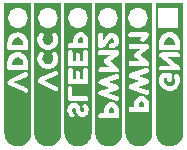
<source format=gbo>
%TF.GenerationSoftware,KiCad,Pcbnew,(6.0.0)*%
%TF.CreationDate,2023-02-05T21:46:31-06:00*%
%TF.ProjectId,drv8212p_eval,64727638-3231-4327-905f-6576616c2e6b,rev?*%
%TF.SameCoordinates,Original*%
%TF.FileFunction,Legend,Bot*%
%TF.FilePolarity,Positive*%
%FSLAX46Y46*%
G04 Gerber Fmt 4.6, Leading zero omitted, Abs format (unit mm)*
G04 Created by KiCad (PCBNEW (6.0.0)) date 2023-02-05 21:46:31*
%MOMM*%
%LPD*%
G01*
G04 APERTURE LIST*
%ADD10O,1.700000X1.700000*%
%ADD11R,1.700000X1.700000*%
%ADD12C,4.400000*%
G04 APERTURE END LIST*
G36*
X137598159Y-68727961D02*
G01*
X137598159Y-79723879D01*
X137592631Y-79836419D01*
X137576098Y-79947874D01*
X137548720Y-80057172D01*
X137510761Y-80163261D01*
X137462586Y-80265118D01*
X137404660Y-80361762D01*
X137337539Y-80452264D01*
X137261871Y-80535751D01*
X137178385Y-80611418D01*
X137087883Y-80678539D01*
X136991239Y-80736465D01*
X136889382Y-80784640D01*
X136783293Y-80822599D01*
X136673995Y-80849977D01*
X136562539Y-80866510D01*
X136450000Y-80872039D01*
X136337461Y-80866510D01*
X136226005Y-80849977D01*
X136116707Y-80822599D01*
X136010618Y-80784640D01*
X135908761Y-80736465D01*
X135812117Y-80678539D01*
X135721615Y-80611418D01*
X135638129Y-80535751D01*
X135562461Y-80452264D01*
X135495340Y-80361762D01*
X135437414Y-80265118D01*
X135389239Y-80163261D01*
X135351280Y-80057172D01*
X135323902Y-79947874D01*
X135307369Y-79836419D01*
X135301841Y-79723879D01*
X135301841Y-75301799D01*
X135549888Y-75301799D01*
X135566631Y-75473398D01*
X135616860Y-75633388D01*
X135700576Y-75781770D01*
X135817778Y-75918543D01*
X135958644Y-76033140D01*
X136113351Y-76114996D01*
X136281899Y-76164109D01*
X136464288Y-76180480D01*
X136645783Y-76163811D01*
X136811652Y-76113805D01*
X136961894Y-76030461D01*
X137096509Y-75913780D01*
X137207461Y-75774477D01*
X137286712Y-75623268D01*
X137334262Y-75460152D01*
X137350112Y-75285130D01*
X137329475Y-75101245D01*
X137267562Y-74924238D01*
X137164375Y-74754111D01*
X137058409Y-74689818D01*
X136923869Y-74744586D01*
X136829214Y-74833288D01*
X136797662Y-74913655D01*
X136863147Y-75058911D01*
X136912260Y-75168449D01*
X136928631Y-75297036D01*
X136896782Y-75467891D01*
X136801234Y-75618505D01*
X136654192Y-75723875D01*
X136467859Y-75758999D01*
X136337420Y-75743124D01*
X136220739Y-75695499D01*
X136117816Y-75616124D01*
X136009766Y-75463724D01*
X135973750Y-75292274D01*
X135984466Y-75167854D01*
X136016612Y-75056530D01*
X136276169Y-75056530D01*
X136276169Y-75244649D01*
X136295219Y-75349424D01*
X136351178Y-75389905D01*
X136451191Y-75399430D01*
X136552394Y-75388714D01*
X136604781Y-75349424D01*
X136626212Y-75235124D01*
X136626212Y-74816024D01*
X136559537Y-74658861D01*
X136426187Y-74635049D01*
X135902313Y-74635049D01*
X135757056Y-74701724D01*
X135666420Y-74814238D01*
X135601680Y-74951755D01*
X135562836Y-75114275D01*
X135549888Y-75301799D01*
X135301841Y-75301799D01*
X135301841Y-73132480D01*
X135573700Y-73132480D01*
X135587987Y-73261068D01*
X135633231Y-73320599D01*
X135857598Y-73489006D01*
X136054448Y-73637041D01*
X136223781Y-73764702D01*
X136365598Y-73871991D01*
X136479898Y-73958906D01*
X136566681Y-74025449D01*
X135783250Y-74025449D01*
X135699906Y-74029021D01*
X135637994Y-74051643D01*
X135589773Y-74114746D01*
X135573700Y-74237380D01*
X135589773Y-74356443D01*
X135637994Y-74418355D01*
X135702287Y-74440977D01*
X135785631Y-74444549D01*
X137114369Y-74444549D01*
X137246528Y-74421927D01*
X137302487Y-74354061D01*
X137316775Y-74237380D01*
X137303678Y-74124271D01*
X137273912Y-74065930D01*
X137212000Y-74011161D01*
X136997092Y-73852941D01*
X136807981Y-73713241D01*
X136644667Y-73592061D01*
X136507150Y-73489403D01*
X136395430Y-73405266D01*
X136309506Y-73339649D01*
X137114369Y-73339649D01*
X137246528Y-73317027D01*
X137302487Y-73249161D01*
X137316775Y-73136052D01*
X137304869Y-73026514D01*
X137276294Y-72964602D01*
X137226287Y-72934836D01*
X137104844Y-72920549D01*
X135783250Y-72920549D01*
X135699906Y-72924121D01*
X135637994Y-72946743D01*
X135589773Y-73009846D01*
X135573700Y-73132480D01*
X135301841Y-73132480D01*
X135301841Y-72520499D01*
X135576081Y-72520499D01*
X135590964Y-72638371D01*
X135635612Y-72701474D01*
X135788012Y-72730049D01*
X137111987Y-72730049D01*
X137195331Y-72726477D01*
X137257244Y-72703855D01*
X137305464Y-72640752D01*
X137321537Y-72518118D01*
X137319156Y-72077586D01*
X137303604Y-71910155D01*
X137256946Y-71753141D01*
X137179183Y-71606545D01*
X137070316Y-71470368D01*
X136938752Y-71355770D01*
X136792900Y-71273914D01*
X136632761Y-71224801D01*
X136458334Y-71208430D01*
X136283238Y-71224429D01*
X136121090Y-71272426D01*
X135971890Y-71352421D01*
X135835637Y-71464414D01*
X135722082Y-71599178D01*
X135640970Y-71747486D01*
X135592304Y-71909336D01*
X135576081Y-72084730D01*
X135576081Y-72520499D01*
X135301841Y-72520499D01*
X135301841Y-68727961D01*
X137598159Y-68727961D01*
G37*
G36*
X136622343Y-71663547D02*
G01*
X136767897Y-71764452D01*
X136865230Y-71910601D01*
X136897675Y-72079968D01*
X136897675Y-72308568D01*
X135997562Y-72308568D01*
X135997562Y-72077586D01*
X136029412Y-71914471D01*
X136124959Y-71768024D01*
X136268727Y-71664439D01*
X136445237Y-71629911D01*
X136622343Y-71663547D01*
G37*
G36*
X131686953Y-77627089D02*
G01*
X131740531Y-77769964D01*
X131740531Y-78067621D01*
X131319050Y-78067621D01*
X131319050Y-77767583D01*
X131371438Y-77627089D01*
X131528600Y-77558033D01*
X131686953Y-77627089D01*
G37*
G36*
X132436253Y-68733914D02*
G01*
X132436253Y-79729832D01*
X132430782Y-79841205D01*
X132414420Y-79951504D01*
X132387326Y-80059669D01*
X132349761Y-80164658D01*
X132302086Y-80265458D01*
X132244760Y-80361101D01*
X132178336Y-80450664D01*
X132103452Y-80533285D01*
X132020831Y-80608168D01*
X131931268Y-80674592D01*
X131835626Y-80731918D01*
X131734825Y-80779593D01*
X131629837Y-80817159D01*
X131521672Y-80844253D01*
X131411372Y-80860614D01*
X131300000Y-80866086D01*
X131188628Y-80860614D01*
X131078328Y-80844253D01*
X130970163Y-80817159D01*
X130865175Y-80779593D01*
X130764374Y-80731918D01*
X130668732Y-80674592D01*
X130579169Y-80608168D01*
X130496548Y-80533285D01*
X130421664Y-80450664D01*
X130355240Y-80361101D01*
X130297914Y-80265458D01*
X130250239Y-80164658D01*
X130212674Y-80059669D01*
X130185580Y-79951504D01*
X130169218Y-79841205D01*
X130163747Y-79729832D01*
X130163747Y-78279552D01*
X130418938Y-78279552D01*
X130440964Y-78411711D01*
X130507044Y-78474814D01*
X130630869Y-78489102D01*
X131952463Y-78489102D01*
X132034616Y-78485530D01*
X132097719Y-78462908D01*
X132145939Y-78399805D01*
X132162012Y-78277171D01*
X132162012Y-77767583D01*
X132145079Y-77629206D01*
X132094279Y-77493475D01*
X132009613Y-77360389D01*
X131922697Y-77271688D01*
X131809588Y-77200846D01*
X131676237Y-77154411D01*
X131528600Y-77138933D01*
X131381260Y-77154411D01*
X131248803Y-77200846D01*
X131136587Y-77271688D01*
X131049969Y-77360389D01*
X130965302Y-77493739D01*
X130914502Y-77630264D01*
X130897569Y-77769964D01*
X130897569Y-78067621D01*
X130628487Y-78067621D01*
X130546334Y-78071193D01*
X130483231Y-78093814D01*
X130435011Y-78156918D01*
X130418938Y-78279552D01*
X130163747Y-78279552D01*
X130163747Y-75423243D01*
X130418938Y-75423243D01*
X130458228Y-75544686D01*
X130535619Y-75612552D01*
X131357150Y-75891158D01*
X131075400Y-75986503D01*
X130854992Y-76061084D01*
X130695925Y-76114900D01*
X130598198Y-76147952D01*
X130561812Y-76160239D01*
X130521331Y-76181671D01*
X130473706Y-76219771D01*
X130418938Y-76350739D01*
X130454656Y-76475755D01*
X130526094Y-76541239D01*
X130561812Y-76557908D01*
X131883406Y-77017489D01*
X132000088Y-77043683D01*
X132085217Y-77003797D01*
X132150106Y-76884139D01*
X132173919Y-76759124D01*
X132135819Y-76673399D01*
X132019138Y-76619821D01*
X131223800Y-76357883D01*
X132007231Y-76098327D01*
X132091766Y-76051297D01*
X132145344Y-75976883D01*
X132162012Y-75878061D01*
X132122722Y-75764952D01*
X132045331Y-75698277D01*
X131219038Y-75424433D01*
X132019138Y-75162496D01*
X132100100Y-75131539D01*
X132151297Y-75087486D01*
X132176300Y-75007714D01*
X132152487Y-74895796D01*
X132085813Y-74776138D01*
X132000088Y-74736252D01*
X131883406Y-74764827D01*
X130561812Y-75222027D01*
X130521331Y-75238696D01*
X130458228Y-75301799D01*
X130418938Y-75423243D01*
X130163747Y-75423243D01*
X130163747Y-72928883D01*
X130418938Y-72928883D01*
X130430844Y-73038421D01*
X130459419Y-73100333D01*
X130507044Y-73133671D01*
X130630869Y-73145577D01*
X131428588Y-73145577D01*
X131333040Y-73218800D01*
X131194034Y-73319408D01*
X131063363Y-73412872D01*
X130992819Y-73464664D01*
X130936859Y-73507527D01*
X130893997Y-73565868D01*
X130866613Y-73665880D01*
X130891616Y-73763511D01*
X130940431Y-73826614D01*
X130966625Y-73845664D01*
X131059791Y-73916507D01*
X131220228Y-74033783D01*
X131369354Y-74142130D01*
X131428588Y-74186183D01*
X130626106Y-74186183D01*
X130543953Y-74189755D01*
X130483231Y-74212377D01*
X130435011Y-74276671D01*
X130418938Y-74398114D01*
X130435011Y-74515986D01*
X130483231Y-74579089D01*
X130545144Y-74601711D01*
X130630869Y-74605283D01*
X131952463Y-74605283D01*
X132034616Y-74601711D01*
X132097719Y-74579089D01*
X132144153Y-74514796D01*
X132159631Y-74393352D01*
X132144153Y-74282624D01*
X132112006Y-74221902D01*
X132097719Y-74207614D01*
X131388106Y-73667071D01*
X131587846Y-73515909D01*
X131758438Y-73386274D01*
X131899884Y-73278165D01*
X132012184Y-73191583D01*
X132095338Y-73126527D01*
X132143558Y-73058364D01*
X132159631Y-72934836D01*
X132143558Y-72813095D01*
X132095338Y-72750289D01*
X132031044Y-72727668D01*
X131947700Y-72724096D01*
X130626106Y-72724096D01*
X130495733Y-72746718D01*
X130433225Y-72814583D01*
X130418938Y-72928883D01*
X130163747Y-72928883D01*
X130163747Y-72359764D01*
X130411794Y-72359764D01*
X130476088Y-72507402D01*
X130626106Y-72569314D01*
X130749634Y-72546990D01*
X130863041Y-72480018D01*
X130963648Y-72381493D01*
X131048778Y-72264514D01*
X131125573Y-72138308D01*
X131201178Y-72012102D01*
X131281248Y-71895123D01*
X131371438Y-71796599D01*
X131469664Y-71729626D01*
X131573844Y-71707302D01*
X131634566Y-71723971D01*
X131698859Y-71760880D01*
X131745294Y-71823983D01*
X131766725Y-71943046D01*
X131710766Y-72075205D01*
X131600038Y-72138308D01*
X131545269Y-72147833D01*
X131530981Y-72147833D01*
X131452400Y-72151405D01*
X131392869Y-72174027D01*
X131350006Y-72238321D01*
X131335719Y-72359764D01*
X131358341Y-72492519D01*
X131426206Y-72557408D01*
X131547650Y-72569314D01*
X131707061Y-72549603D01*
X131855096Y-72490469D01*
X131991753Y-72391911D01*
X132100894Y-72261472D01*
X132166378Y-72106690D01*
X132188206Y-71927568D01*
X132166114Y-71748312D01*
X132099835Y-71593134D01*
X131989372Y-71462033D01*
X131850598Y-71362814D01*
X131699389Y-71303283D01*
X131535744Y-71283439D01*
X131403584Y-71298322D01*
X131278569Y-71342971D01*
X131169031Y-71408455D01*
X131083306Y-71485846D01*
X130951742Y-71652533D01*
X130871375Y-71800171D01*
X130847563Y-71859702D01*
X130835656Y-71859702D01*
X130835656Y-71423933D01*
X130813034Y-71284630D01*
X130743978Y-71228671D01*
X130622534Y-71214383D01*
X130502281Y-71229861D01*
X130440369Y-71281058D01*
X130411794Y-71428696D01*
X130411794Y-72359764D01*
X130163747Y-72359764D01*
X130163747Y-68733914D01*
X132436253Y-68733914D01*
G37*
G36*
X123767580Y-73350662D02*
G01*
X123913134Y-73451568D01*
X124010468Y-73597717D01*
X124042912Y-73767083D01*
X124042912Y-73995683D01*
X123142800Y-73995683D01*
X123142800Y-73764702D01*
X123174649Y-73601586D01*
X123270197Y-73455139D01*
X123413965Y-73351555D01*
X123590475Y-73317027D01*
X123767580Y-73350662D01*
G37*
G36*
X124726728Y-68738677D02*
G01*
X124726728Y-79734595D01*
X124721303Y-79845034D01*
X124705078Y-79954409D01*
X124678212Y-80061667D01*
X124640961Y-80165775D01*
X124593685Y-80265731D01*
X124536840Y-80360572D01*
X124470973Y-80449384D01*
X124396717Y-80531312D01*
X124314789Y-80605568D01*
X124225977Y-80671435D01*
X124131136Y-80728280D01*
X124031180Y-80775556D01*
X123927072Y-80812807D01*
X123819814Y-80839673D01*
X123710439Y-80855898D01*
X123600000Y-80861323D01*
X123489561Y-80855898D01*
X123380186Y-80839673D01*
X123272928Y-80812807D01*
X123168820Y-80775556D01*
X123068864Y-80728280D01*
X122974023Y-80671435D01*
X122885211Y-80605568D01*
X122803283Y-80531312D01*
X122729027Y-80449384D01*
X122663160Y-80360572D01*
X122606315Y-80265731D01*
X122559039Y-80165775D01*
X122521788Y-80061667D01*
X122494922Y-79954409D01*
X122478697Y-79845034D01*
X122473272Y-79734595D01*
X122473272Y-75455389D01*
X122721319Y-75455389D01*
X122753466Y-75568499D01*
X122838000Y-75648271D01*
X124171500Y-76305496D01*
X124285800Y-76341214D01*
X124365572Y-76306091D01*
X124438200Y-76200721D01*
X124478681Y-76080468D01*
X124469156Y-76017364D01*
X124435819Y-75976883D01*
X124372716Y-75937593D01*
X124306041Y-75905743D01*
X124175072Y-75845914D01*
X124006896Y-75769417D01*
X123828600Y-75687561D01*
X123650304Y-75605408D01*
X123482128Y-75528018D01*
X123355029Y-75469379D01*
X123299963Y-75443483D01*
X124342950Y-74967233D01*
X124414387Y-74933896D01*
X124478681Y-74829121D01*
X124438200Y-74688627D01*
X124365572Y-74583257D01*
X124285800Y-74548133D01*
X124171500Y-74583852D01*
X122838000Y-75241077D01*
X122753466Y-75320849D01*
X122721319Y-75431577D01*
X122721319Y-75455389D01*
X122473272Y-75455389D01*
X122473272Y-74207614D01*
X122721319Y-74207614D01*
X122736202Y-74325486D01*
X122780850Y-74388589D01*
X122933250Y-74417164D01*
X124257225Y-74417164D01*
X124340569Y-74413593D01*
X124402481Y-74390971D01*
X124450702Y-74327868D01*
X124466775Y-74205233D01*
X124464394Y-73764702D01*
X124448841Y-73597270D01*
X124402184Y-73440257D01*
X124324421Y-73293661D01*
X124215553Y-73157483D01*
X124083989Y-73042886D01*
X123938137Y-72961030D01*
X123777998Y-72911917D01*
X123603572Y-72895546D01*
X123428476Y-72911545D01*
X123266327Y-72959542D01*
X123117127Y-73039537D01*
X122980875Y-73151530D01*
X122867319Y-73286294D01*
X122786208Y-73434601D01*
X122737541Y-73596452D01*
X122721319Y-73771846D01*
X122721319Y-74207614D01*
X122473272Y-74207614D01*
X122473272Y-72531214D01*
X122721319Y-72531214D01*
X122736202Y-72649086D01*
X122780850Y-72712189D01*
X122933250Y-72740764D01*
X124257225Y-72740764D01*
X124340569Y-72737193D01*
X124402481Y-72714571D01*
X124450702Y-72651468D01*
X124466775Y-72528833D01*
X124464394Y-72088302D01*
X124448841Y-71920870D01*
X124402184Y-71763857D01*
X124324421Y-71617261D01*
X124215553Y-71481083D01*
X124083989Y-71366486D01*
X123938137Y-71284630D01*
X123777998Y-71235517D01*
X123603572Y-71219146D01*
X123428476Y-71235145D01*
X123266327Y-71283142D01*
X123117127Y-71363137D01*
X122980875Y-71475130D01*
X122867319Y-71609894D01*
X122786208Y-71758201D01*
X122737541Y-71920052D01*
X122721319Y-72095446D01*
X122721319Y-72531214D01*
X122473272Y-72531214D01*
X122473272Y-68738677D01*
X124726728Y-68738677D01*
G37*
G36*
X123767580Y-71674262D02*
G01*
X123913134Y-71775168D01*
X124010468Y-71921317D01*
X124042912Y-72090683D01*
X124042912Y-72319283D01*
X123142800Y-72319283D01*
X123142800Y-72088302D01*
X123174649Y-71925186D01*
X123270197Y-71778739D01*
X123413965Y-71675155D01*
X123590475Y-71640627D01*
X123767580Y-71674262D01*
G37*
G36*
X129095287Y-71697182D02*
G01*
X129148866Y-71840057D01*
X129148866Y-72137713D01*
X128727384Y-72137713D01*
X128727384Y-71837675D01*
X128779772Y-71697182D01*
X128936934Y-71628125D01*
X129095287Y-71697182D01*
G37*
G36*
X129846969Y-68728557D02*
G01*
X129846969Y-79724475D01*
X129841446Y-79836897D01*
X129824930Y-79948237D01*
X129797581Y-80057422D01*
X129759661Y-80163401D01*
X129711536Y-80265152D01*
X129653670Y-80361696D01*
X129586619Y-80452104D01*
X129511029Y-80535504D01*
X129427629Y-80611093D01*
X129337222Y-80678144D01*
X129240677Y-80736011D01*
X129138926Y-80784136D01*
X129032947Y-80822055D01*
X128923762Y-80849405D01*
X128812423Y-80865920D01*
X128700000Y-80871443D01*
X128587577Y-80865920D01*
X128476238Y-80849405D01*
X128367053Y-80822055D01*
X128261074Y-80784136D01*
X128159323Y-80736011D01*
X128062778Y-80678144D01*
X127972371Y-80611093D01*
X127888971Y-80535504D01*
X127813381Y-80452104D01*
X127746330Y-80361696D01*
X127688464Y-80265152D01*
X127640339Y-80163401D01*
X127602419Y-80057422D01*
X127575070Y-79948237D01*
X127558554Y-79836897D01*
X127553031Y-79724475D01*
X127553031Y-77786038D01*
X127801078Y-77786038D01*
X127807924Y-77894980D01*
X127828463Y-77997969D01*
X127896328Y-78159894D01*
X127971337Y-78267050D01*
X128043966Y-78336107D01*
X128070159Y-78357538D01*
X128207081Y-78419450D01*
X128277626Y-78393852D01*
X128367816Y-78317057D01*
X128424966Y-78190850D01*
X128395200Y-78111079D01*
X128305903Y-78005113D01*
X128228513Y-77909863D01*
X128191603Y-77795563D01*
X128211711Y-77672532D01*
X128272036Y-77598713D01*
X128372578Y-77574107D01*
X128464256Y-77634829D01*
X128517834Y-77786038D01*
X128539563Y-77880097D01*
X128571413Y-77981300D01*
X128611596Y-78082504D01*
X128658328Y-78176563D01*
X128722920Y-78259609D01*
X128816681Y-78327772D01*
X128936041Y-78373314D01*
X129077428Y-78388494D01*
X129211175Y-78371164D01*
X129333016Y-78319173D01*
X129442950Y-78232522D01*
X129529601Y-78115973D01*
X129581592Y-77974289D01*
X129598922Y-77807469D01*
X129589695Y-77670845D01*
X129562012Y-77546722D01*
X129487003Y-77383607D01*
X129441759Y-77324075D01*
X129325078Y-77250257D01*
X129194109Y-77307407D01*
X129104812Y-77389560D01*
X129075047Y-77474094D01*
X129122672Y-77597919D01*
X129146484Y-77625304D01*
X129177441Y-77662213D01*
X129208397Y-77789610D01*
X129171488Y-77918197D01*
X129069094Y-77969394D01*
X128963128Y-77908672D01*
X128908359Y-77757463D01*
X128890202Y-77662808D01*
X128864306Y-77559819D01*
X128831266Y-77456830D01*
X128791678Y-77362175D01*
X128733040Y-77279129D01*
X128642850Y-77210966D01*
X128524680Y-77165425D01*
X128382103Y-77150244D01*
X128236549Y-77165722D01*
X128109450Y-77212157D01*
X128004973Y-77283594D01*
X127927284Y-77374082D01*
X127857170Y-77505580D01*
X127815101Y-77642898D01*
X127801078Y-77786038D01*
X127553031Y-77786038D01*
X127553031Y-76785913D01*
X127824891Y-76785913D01*
X127847513Y-76918072D01*
X127915378Y-76981175D01*
X128036822Y-76995463D01*
X129360797Y-76995463D01*
X129442950Y-76991891D01*
X129506053Y-76969269D01*
X129554273Y-76906166D01*
X129570347Y-76783532D01*
X129548320Y-76650777D01*
X129482241Y-76585888D01*
X129358416Y-76573982D01*
X128177316Y-76573982D01*
X128177316Y-75926282D01*
X128159456Y-75811982D01*
X128103497Y-75764357D01*
X128002294Y-75752450D01*
X127901091Y-75764357D01*
X127848703Y-75804838D01*
X127824891Y-75928663D01*
X127824891Y-76785913D01*
X127553031Y-76785913D01*
X127553031Y-75388119D01*
X127824891Y-75388119D01*
X127847513Y-75520279D01*
X127915378Y-75583382D01*
X128036822Y-75597669D01*
X129360797Y-75597669D01*
X129526294Y-75552425D01*
X129570347Y-75380975D01*
X129570347Y-74442763D01*
X129566775Y-74360610D01*
X129544153Y-74297507D01*
X129481050Y-74249286D01*
X129358416Y-74233213D01*
X129226256Y-74255239D01*
X129163153Y-74321319D01*
X129148866Y-74445144D01*
X129148866Y-75176188D01*
X128908359Y-75176188D01*
X128908359Y-74704700D01*
X128904787Y-74622547D01*
X128882166Y-74559444D01*
X128819062Y-74511224D01*
X128696428Y-74495150D01*
X128564269Y-74517772D01*
X128501166Y-74585638D01*
X128486878Y-74709463D01*
X128486878Y-75176188D01*
X128246372Y-75176188D01*
X128246372Y-74442763D01*
X128242800Y-74360610D01*
X128220178Y-74297507D01*
X128157075Y-74249286D01*
X128034441Y-74233213D01*
X127902281Y-74255239D01*
X127839178Y-74321319D01*
X127824891Y-74445144D01*
X127824891Y-75388119D01*
X127553031Y-75388119D01*
X127553031Y-73868882D01*
X127824891Y-73868882D01*
X127847513Y-74001041D01*
X127915378Y-74064144D01*
X128036822Y-74078432D01*
X129360797Y-74078432D01*
X129526294Y-74033188D01*
X129570347Y-73861738D01*
X129570347Y-72923525D01*
X129566775Y-72841372D01*
X129544153Y-72778269D01*
X129481050Y-72730049D01*
X129358416Y-72713975D01*
X129226256Y-72736002D01*
X129163153Y-72802082D01*
X129148866Y-72925907D01*
X129148866Y-73656950D01*
X128908359Y-73656950D01*
X128908359Y-73185463D01*
X128904787Y-73103310D01*
X128882166Y-73040207D01*
X128819062Y-72991986D01*
X128696428Y-72975913D01*
X128564269Y-72998535D01*
X128501166Y-73066400D01*
X128486878Y-73190225D01*
X128486878Y-73656950D01*
X128246372Y-73656950D01*
X128246372Y-72923525D01*
X128242800Y-72841372D01*
X128220178Y-72778269D01*
X128157075Y-72730049D01*
X128034441Y-72713975D01*
X127902281Y-72736002D01*
X127839178Y-72802082D01*
X127824891Y-72925907D01*
X127824891Y-73868882D01*
X127553031Y-73868882D01*
X127553031Y-72349644D01*
X127827272Y-72349644D01*
X127849298Y-72481804D01*
X127915378Y-72544907D01*
X128039203Y-72559194D01*
X129360797Y-72559194D01*
X129442950Y-72555622D01*
X129506053Y-72533000D01*
X129554273Y-72469897D01*
X129570347Y-72347263D01*
X129570347Y-71837675D01*
X129553414Y-71699298D01*
X129502614Y-71563567D01*
X129417947Y-71430482D01*
X129331031Y-71341780D01*
X129217922Y-71270938D01*
X129084572Y-71224504D01*
X128936934Y-71209025D01*
X128789595Y-71224504D01*
X128657137Y-71270938D01*
X128544921Y-71341780D01*
X128458303Y-71430482D01*
X128373636Y-71563832D01*
X128322836Y-71700357D01*
X128305903Y-71840057D01*
X128305903Y-72137713D01*
X128036822Y-72137713D01*
X127954669Y-72141285D01*
X127891566Y-72163907D01*
X127843345Y-72227010D01*
X127827272Y-72349644D01*
X127553031Y-72349644D01*
X127553031Y-68728557D01*
X129846969Y-68728557D01*
G37*
G36*
X134242906Y-77089522D02*
G01*
X134296484Y-77232397D01*
X134296484Y-77530054D01*
X133875003Y-77530054D01*
X133875003Y-77230016D01*
X133927391Y-77089522D01*
X134084553Y-77020466D01*
X134242906Y-77089522D01*
G37*
G36*
X134980300Y-68736891D02*
G01*
X134980300Y-79732809D01*
X134974857Y-79843598D01*
X134958582Y-79953320D01*
X134931630Y-80060918D01*
X134894261Y-80165356D01*
X134846836Y-80265629D01*
X134789810Y-80360770D01*
X134723734Y-80449864D01*
X134649243Y-80532052D01*
X134567055Y-80606543D01*
X134477961Y-80672619D01*
X134382820Y-80729645D01*
X134282547Y-80777070D01*
X134178109Y-80814439D01*
X134070511Y-80841391D01*
X133960789Y-80857666D01*
X133850000Y-80863109D01*
X133739211Y-80857666D01*
X133629489Y-80841391D01*
X133521891Y-80814439D01*
X133417453Y-80777070D01*
X133317180Y-80729645D01*
X133222039Y-80672619D01*
X133132945Y-80606543D01*
X133050757Y-80532052D01*
X132976266Y-80449864D01*
X132910190Y-80360770D01*
X132853164Y-80265629D01*
X132805739Y-80165356D01*
X132768370Y-80060918D01*
X132741418Y-79953320D01*
X132725143Y-79843598D01*
X132719700Y-79732809D01*
X132719700Y-77741985D01*
X132974891Y-77741985D01*
X132996917Y-77874144D01*
X133062997Y-77937247D01*
X133186822Y-77951535D01*
X134508416Y-77951535D01*
X134590569Y-77947963D01*
X134653672Y-77925341D01*
X134701892Y-77862238D01*
X134717966Y-77739604D01*
X134717966Y-77230016D01*
X134701032Y-77091639D01*
X134650232Y-76955908D01*
X134565566Y-76822822D01*
X134478650Y-76734121D01*
X134365541Y-76663279D01*
X134232191Y-76616844D01*
X134084553Y-76601366D01*
X133937213Y-76616844D01*
X133804756Y-76663279D01*
X133692540Y-76734121D01*
X133605922Y-76822822D01*
X133521255Y-76956172D01*
X133470455Y-77092697D01*
X133453522Y-77232397D01*
X133453522Y-77530054D01*
X133184441Y-77530054D01*
X133102287Y-77533625D01*
X133039184Y-77556247D01*
X132990964Y-77619350D01*
X132974891Y-77741985D01*
X132719700Y-77741985D01*
X132719700Y-74885675D01*
X132974891Y-74885675D01*
X133014181Y-75007119D01*
X133091572Y-75074985D01*
X133913103Y-75353591D01*
X133631354Y-75448936D01*
X133410945Y-75523517D01*
X133251878Y-75577333D01*
X133154151Y-75610385D01*
X133117766Y-75622672D01*
X133077284Y-75644104D01*
X133029659Y-75682204D01*
X132974891Y-75813172D01*
X133010609Y-75938188D01*
X133082047Y-76003672D01*
X133117766Y-76020341D01*
X134439359Y-76479922D01*
X134556041Y-76506116D01*
X134641170Y-76466230D01*
X134706059Y-76346572D01*
X134729872Y-76221557D01*
X134691772Y-76135832D01*
X134575091Y-76082254D01*
X133779753Y-75820316D01*
X134563184Y-75560760D01*
X134647719Y-75513730D01*
X134701297Y-75439316D01*
X134717966Y-75340494D01*
X134678675Y-75227385D01*
X134601284Y-75160710D01*
X133774991Y-74886866D01*
X134575091Y-74624929D01*
X134656053Y-74593972D01*
X134707250Y-74549919D01*
X134732253Y-74470147D01*
X134708441Y-74358229D01*
X134641766Y-74238571D01*
X134556041Y-74198685D01*
X134439359Y-74227260D01*
X133117766Y-74684460D01*
X133077284Y-74701129D01*
X133014181Y-74764232D01*
X132974891Y-74885675D01*
X132719700Y-74885675D01*
X132719700Y-72391316D01*
X132974891Y-72391316D01*
X132986797Y-72500854D01*
X133015372Y-72562766D01*
X133062997Y-72596104D01*
X133186822Y-72608010D01*
X133984541Y-72608010D01*
X133888993Y-72681233D01*
X133749987Y-72781841D01*
X133619316Y-72875305D01*
X133548772Y-72927097D01*
X133492812Y-72969960D01*
X133449950Y-73028300D01*
X133422566Y-73128313D01*
X133447569Y-73225944D01*
X133496384Y-73289047D01*
X133522578Y-73308097D01*
X133615745Y-73378939D01*
X133776181Y-73496216D01*
X133925307Y-73604563D01*
X133984541Y-73648616D01*
X133182059Y-73648616D01*
X133099906Y-73652188D01*
X133039184Y-73674810D01*
X132990964Y-73739104D01*
X132974891Y-73860547D01*
X132990964Y-73978419D01*
X133039184Y-74041522D01*
X133101097Y-74064144D01*
X133186822Y-74067716D01*
X134508416Y-74067716D01*
X134590569Y-74064144D01*
X134653672Y-74041522D01*
X134700106Y-73977229D01*
X134715584Y-73855785D01*
X134700106Y-73745057D01*
X134667959Y-73684335D01*
X134653672Y-73670047D01*
X133944059Y-73129504D01*
X134143799Y-72978342D01*
X134314391Y-72848707D01*
X134455838Y-72740598D01*
X134568137Y-72654016D01*
X134651291Y-72588960D01*
X134699511Y-72520796D01*
X134715584Y-72397269D01*
X134699511Y-72275528D01*
X134651291Y-72212722D01*
X134586997Y-72190100D01*
X134503653Y-72186529D01*
X133182059Y-72186529D01*
X133051686Y-72209150D01*
X132989178Y-72277016D01*
X132974891Y-72391316D01*
X132719700Y-72391316D01*
X132719700Y-71429291D01*
X132967747Y-71429291D01*
X132983225Y-71548949D01*
X133029659Y-71612647D01*
X133095144Y-71635269D01*
X133182059Y-71638841D01*
X134032166Y-71638841D01*
X134003591Y-71669797D01*
X133929772Y-71836485D01*
X134013116Y-71980550D01*
X134160753Y-72055560D01*
X134301247Y-71969835D01*
X134653672Y-71579310D01*
X134658434Y-71572166D01*
X134720347Y-71437625D01*
X134708441Y-71324516D01*
X134681056Y-71262604D01*
X134629859Y-71229266D01*
X134503653Y-71217360D01*
X133177297Y-71217360D01*
X133095144Y-71220932D01*
X133032041Y-71243554D01*
X132983820Y-71306657D01*
X132967747Y-71429291D01*
X132719700Y-71429291D01*
X132719700Y-68736891D01*
X134980300Y-68736891D01*
G37*
G36*
X127291016Y-68731533D02*
G01*
X127291016Y-79727451D01*
X127285521Y-79839290D01*
X127269091Y-79950052D01*
X127241884Y-80058671D01*
X127204161Y-80164099D01*
X127156286Y-80265322D01*
X127098720Y-80361365D01*
X127032017Y-80451304D01*
X126956820Y-80534271D01*
X126873853Y-80609468D01*
X126783914Y-80676171D01*
X126687871Y-80733737D01*
X126586648Y-80781612D01*
X126481219Y-80819335D01*
X126372601Y-80846542D01*
X126261839Y-80862972D01*
X126150000Y-80868467D01*
X126038161Y-80862972D01*
X125927399Y-80846542D01*
X125818781Y-80819335D01*
X125713352Y-80781612D01*
X125612129Y-80733737D01*
X125516086Y-80676171D01*
X125426147Y-80609468D01*
X125343180Y-80534271D01*
X125267983Y-80451304D01*
X125201280Y-80361365D01*
X125143714Y-80265322D01*
X125095839Y-80164099D01*
X125058116Y-80058671D01*
X125030909Y-79950052D01*
X125014479Y-79839290D01*
X125008984Y-79727451D01*
X125008984Y-75329183D01*
X125283225Y-75329183D01*
X125315372Y-75442293D01*
X125399906Y-75522064D01*
X126733406Y-76179289D01*
X126847706Y-76215008D01*
X126927478Y-76179885D01*
X127000106Y-76074514D01*
X127040587Y-75954261D01*
X127031062Y-75891158D01*
X126997725Y-75850677D01*
X126934622Y-75811386D01*
X126867947Y-75779537D01*
X126736978Y-75719708D01*
X126568802Y-75643211D01*
X126390506Y-75561355D01*
X126212210Y-75479202D01*
X126044034Y-75401811D01*
X125916935Y-75343173D01*
X125861869Y-75317277D01*
X126904856Y-74841027D01*
X126976294Y-74807689D01*
X127040587Y-74702914D01*
X127000106Y-74562421D01*
X126927478Y-74457050D01*
X126847706Y-74421927D01*
X126733406Y-74457646D01*
X125399906Y-75114871D01*
X125315372Y-75194643D01*
X125283225Y-75305371D01*
X125283225Y-75329183D01*
X125008984Y-75329183D01*
X125008984Y-73415849D01*
X125257031Y-73415849D01*
X125264473Y-73529554D01*
X125286797Y-73644449D01*
X125326683Y-73761725D01*
X125386809Y-73882574D01*
X125464795Y-73998957D01*
X125558259Y-74102839D01*
X125673750Y-74191839D01*
X125817816Y-74263574D01*
X125983015Y-74310901D01*
X126161906Y-74326677D01*
X126339012Y-74311199D01*
X126498853Y-74264764D01*
X126636966Y-74194220D01*
X126748884Y-74106411D01*
X126839670Y-74003125D01*
X126914381Y-73886146D01*
X126985819Y-73730306D01*
X127028681Y-73573937D01*
X127042969Y-73417039D01*
X127034337Y-73304228D01*
X127008441Y-73189630D01*
X126938194Y-73014608D01*
X126904856Y-72957458D01*
X126861994Y-72890783D01*
X126748884Y-72828871D01*
X126616725Y-72878877D01*
X126520284Y-72966983D01*
X126488137Y-73045564D01*
X126540525Y-73167008D01*
X126601247Y-73283689D01*
X126621487Y-73433708D01*
X126594698Y-73587299D01*
X126514331Y-73738508D01*
X126366694Y-73857571D01*
X126265193Y-73893289D01*
X126151191Y-73905196D01*
X126037188Y-73893289D01*
X125935687Y-73857571D01*
X125785669Y-73736127D01*
X125707087Y-73587894D01*
X125680894Y-73433708D01*
X125699944Y-73294405D01*
X125738044Y-73200346D01*
X125769000Y-73157483D01*
X125816625Y-73043183D01*
X125783287Y-72966388D01*
X125683275Y-72883639D01*
X125549925Y-72831252D01*
X125466581Y-72863399D01*
X125407050Y-72938408D01*
X125357044Y-73020561D01*
X125295131Y-73181296D01*
X125266556Y-73300656D01*
X125257031Y-73415849D01*
X125008984Y-73415849D01*
X125008984Y-71798980D01*
X125257031Y-71798980D01*
X125264473Y-71912685D01*
X125286797Y-72027580D01*
X125326683Y-72144857D01*
X125386809Y-72265705D01*
X125464795Y-72382089D01*
X125558259Y-72485971D01*
X125673750Y-72574970D01*
X125817816Y-72646705D01*
X125983015Y-72694032D01*
X126161906Y-72709808D01*
X126339012Y-72694330D01*
X126498853Y-72647896D01*
X126636966Y-72577351D01*
X126748884Y-72489543D01*
X126839670Y-72386256D01*
X126914381Y-72269277D01*
X126985819Y-72113437D01*
X127028681Y-71957069D01*
X127042969Y-71800171D01*
X127034337Y-71687359D01*
X127008441Y-71572761D01*
X126938194Y-71397739D01*
X126904856Y-71340589D01*
X126861994Y-71273914D01*
X126748884Y-71212002D01*
X126616725Y-71262008D01*
X126520284Y-71350114D01*
X126488137Y-71428696D01*
X126540525Y-71550139D01*
X126601247Y-71666821D01*
X126621487Y-71816839D01*
X126594698Y-71970430D01*
X126514331Y-72121639D01*
X126366694Y-72240702D01*
X126265193Y-72276421D01*
X126151191Y-72288327D01*
X126037188Y-72276421D01*
X125935687Y-72240702D01*
X125785669Y-72119258D01*
X125707087Y-71971025D01*
X125680894Y-71816839D01*
X125699944Y-71677536D01*
X125738044Y-71583477D01*
X125769000Y-71540614D01*
X125816625Y-71426314D01*
X125783287Y-71349519D01*
X125683275Y-71266771D01*
X125549925Y-71214383D01*
X125466581Y-71246530D01*
X125407050Y-71321539D01*
X125357044Y-71403693D01*
X125295131Y-71564427D01*
X125266556Y-71683787D01*
X125257031Y-71798980D01*
X125008984Y-71798980D01*
X125008984Y-68731533D01*
X127291016Y-68731533D01*
G37*
%LPC*%
G36*
X143678275Y-90620713D02*
G01*
X143575286Y-90608608D01*
X143475869Y-90572294D01*
X143385580Y-90510381D01*
X143309975Y-90421481D01*
X143258778Y-90311745D01*
X143241713Y-90187325D01*
X143242102Y-90184150D01*
X143522700Y-90184150D01*
X143535797Y-90252412D01*
X143575087Y-90301625D01*
X143679862Y-90341313D01*
X143783050Y-90302419D01*
X143821150Y-90254000D01*
X143833850Y-90186531D01*
X143821547Y-90118864D01*
X143784638Y-90069850D01*
X143678275Y-90030162D01*
X143571912Y-90068262D01*
X143535003Y-90116284D01*
X143522700Y-90184150D01*
X143242102Y-90184150D01*
X143256353Y-90067822D01*
X143300274Y-89963311D01*
X143373475Y-89873794D01*
X143465726Y-89805443D01*
X143566797Y-89764433D01*
X143676687Y-89750762D01*
X143786754Y-89764521D01*
X143888354Y-89805796D01*
X143981487Y-89874587D01*
X144055571Y-89964546D01*
X144100021Y-90069321D01*
X144114837Y-90188912D01*
X144097970Y-90309364D01*
X144047369Y-90416719D01*
X143972161Y-90505222D01*
X143881475Y-90569119D01*
X143781462Y-90607814D01*
X143679862Y-90620514D01*
X143678275Y-90620713D01*
G37*
G36*
X144993916Y-89779734D02*
G01*
X145035587Y-89809500D01*
X145050669Y-89849981D01*
X145053050Y-89903162D01*
X145053050Y-90465138D01*
X145050669Y-90519906D01*
X145037175Y-90561975D01*
X144995503Y-90594122D01*
X144914937Y-90604837D01*
X144833578Y-90594122D01*
X144792700Y-90561975D01*
X144777619Y-90521494D01*
X144775237Y-90466725D01*
X144775237Y-90185738D01*
X144736344Y-90085725D01*
X144634744Y-90047625D01*
X144534731Y-90084137D01*
X144497425Y-90185738D01*
X144497425Y-90465138D01*
X144487900Y-90546100D01*
X144446625Y-90590153D01*
X144357725Y-90604837D01*
X144275969Y-90594122D01*
X144233900Y-90561975D01*
X144220406Y-90521494D01*
X144218025Y-90466725D01*
X144218025Y-90187325D01*
X144229755Y-90076817D01*
X144264944Y-89978128D01*
X144323594Y-89891256D01*
X144399882Y-89823787D01*
X144487988Y-89783306D01*
X144587912Y-89769812D01*
X144706975Y-89806325D01*
X144749837Y-89839662D01*
X144778412Y-89871412D01*
X144794287Y-89806325D01*
X144835166Y-89778941D01*
X144913350Y-89769812D01*
X144993916Y-89779734D01*
G37*
G36*
X146360753Y-89779734D02*
G01*
X146402425Y-89809500D01*
X146417506Y-89849981D01*
X146419887Y-89903162D01*
X146419887Y-90465138D01*
X146417506Y-90519906D01*
X146404013Y-90561975D01*
X146362341Y-90594122D01*
X146281775Y-90604837D01*
X146200416Y-90594122D01*
X146159538Y-90561975D01*
X146144456Y-90521494D01*
X146142075Y-90466725D01*
X146142075Y-90185738D01*
X146103181Y-90085725D01*
X146001581Y-90047625D01*
X145901569Y-90084137D01*
X145864263Y-90185738D01*
X145864263Y-90465138D01*
X145854738Y-90546100D01*
X145813462Y-90590153D01*
X145724562Y-90604837D01*
X145642806Y-90594122D01*
X145600737Y-90561975D01*
X145587244Y-90521494D01*
X145584863Y-90466725D01*
X145584863Y-90187325D01*
X145596592Y-90076817D01*
X145631782Y-89978128D01*
X145690431Y-89891256D01*
X145766719Y-89823787D01*
X145854826Y-89783306D01*
X145954750Y-89769812D01*
X146073812Y-89806325D01*
X146116675Y-89839662D01*
X146145250Y-89871412D01*
X146161125Y-89806325D01*
X146202003Y-89778941D01*
X146280188Y-89769812D01*
X146360753Y-89779734D01*
G37*
G36*
X145399919Y-89781719D02*
G01*
X145441987Y-89812675D01*
X145455481Y-89854744D01*
X145457862Y-89909512D01*
X145457862Y-90466725D01*
X145455481Y-90522288D01*
X145441987Y-90563563D01*
X145400316Y-90595709D01*
X145319750Y-90606425D01*
X145238391Y-90596106D01*
X145197512Y-90565150D01*
X145182431Y-90523081D01*
X145180050Y-90468312D01*
X145180050Y-89912687D01*
X145181637Y-89866650D01*
X145210212Y-89798387D01*
X145318162Y-89771400D01*
X145399919Y-89781719D01*
G37*
G36*
X145399919Y-89390003D02*
G01*
X145441987Y-89422150D01*
X145455481Y-89462631D01*
X145457862Y-89517400D01*
X145455481Y-89572169D01*
X145441194Y-89614237D01*
X145399125Y-89647575D01*
X145318956Y-89657100D01*
X145238787Y-89647575D01*
X145196719Y-89615031D01*
X145182431Y-89573756D01*
X145180050Y-89518987D01*
X145182431Y-89464219D01*
X145197512Y-89422150D01*
X145237994Y-89390003D01*
X145318162Y-89379287D01*
X145399919Y-89390003D01*
G37*
D10*
X128732200Y-89916000D03*
D11*
X131272200Y-89916000D03*
D12*
X110000000Y-70000000D03*
D11*
X136350000Y-70000000D03*
D10*
X133810000Y-70000000D03*
X131270000Y-70000000D03*
X128730000Y-70000000D03*
X126190000Y-70000000D03*
X123650000Y-70000000D03*
D11*
X110000000Y-81300000D03*
D10*
X110000000Y-78760000D03*
D12*
X150000000Y-90000000D03*
X150000000Y-70000000D03*
X110000000Y-90000000D03*
M02*

</source>
